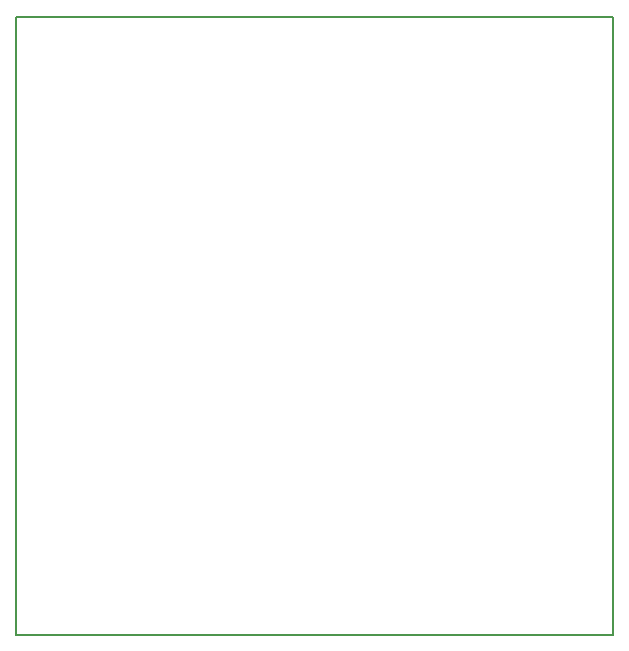
<source format=gbr>
%TF.GenerationSoftware,KiCad,Pcbnew,(5.1.10)-1*%
%TF.CreationDate,2021-09-08T12:56:42-03:00*%
%TF.ProjectId,SSC-THT,5353432d-5448-4542-9e6b-696361645f70,rev?*%
%TF.SameCoordinates,Original*%
%TF.FileFunction,Profile,NP*%
%FSLAX46Y46*%
G04 Gerber Fmt 4.6, Leading zero omitted, Abs format (unit mm)*
G04 Created by KiCad (PCBNEW (5.1.10)-1) date 2021-09-08 12:56:42*
%MOMM*%
%LPD*%
G01*
G04 APERTURE LIST*
%TA.AperFunction,Profile*%
%ADD10C,0.150000*%
%TD*%
G04 APERTURE END LIST*
D10*
X68580000Y-90678000D02*
X18034000Y-90678000D01*
X18034000Y-38354000D02*
X18034000Y-90678000D01*
X68580000Y-38354000D02*
X18034000Y-38354000D01*
X68580000Y-90678000D02*
X68580000Y-38354000D01*
M02*

</source>
